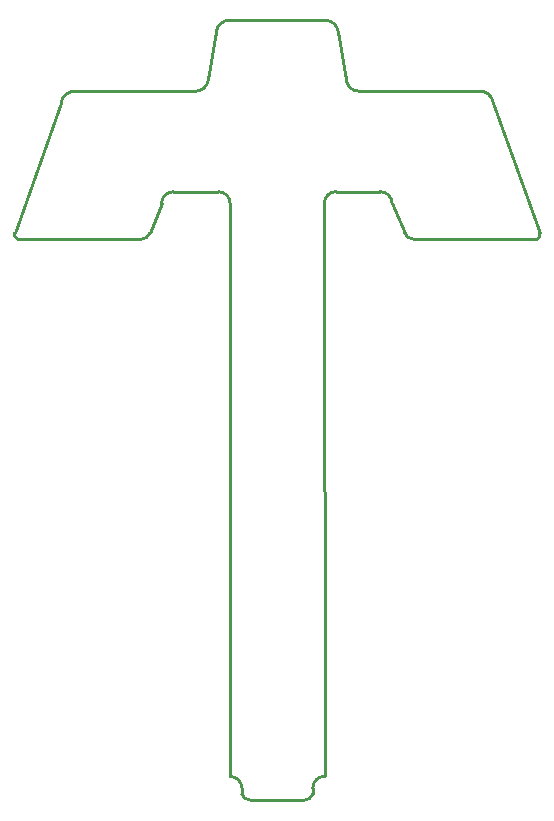
<source format=gko>
G04 Layer_Color=16711935*
%FSLAX44Y44*%
%MOMM*%
G71*
G01*
G75*
%ADD18C,0.2540*%
D18*
X183067Y590000D02*
G03*
X170000Y600000I-11533J-1533D01*
G01*
X-170000D02*
G03*
X-183067Y590000I-1533J-11533D01*
G01*
X51667Y650000D02*
G03*
X40000Y660000I-10833J-833D01*
G01*
X-40000D02*
G03*
X-51667Y650000I-833J-10833D01*
G01*
X58333Y610000D02*
G03*
X70000Y600000I10833J833D01*
G01*
X-70000D02*
G03*
X-58333Y610000I833J10833D01*
G01*
X220000Y475000D02*
G03*
X222300Y480000I-1350J3650D01*
G01*
X107893D02*
G03*
X115000Y475000I6740J2029D01*
G01*
X97238Y505000D02*
G03*
X87238Y515000I-10000J0D01*
G01*
X23000Y0D02*
G03*
X30107Y5000I368J7029D01*
G01*
X40000Y20000D02*
G03*
X30000Y10000I0J-10000D01*
G01*
X-88022Y515000D02*
G03*
X-98022Y505000I0J-10000D01*
G01*
X-39895Y505000D02*
G03*
X-49895Y515000I-10000J0D01*
G01*
X-115000Y475000D02*
G03*
X-107893Y480000I368J7029D01*
G01*
X-222300D02*
G03*
X-220000Y475000I3650J-1350D01*
G01*
X49911Y515170D02*
G03*
X39911Y505170I0J-10000D01*
G01*
X-30000Y10000D02*
G03*
X-40000Y20000I-10000J0D01*
G01*
X-30108Y5000D02*
G03*
X-23000Y0I6740J2029D01*
G01*
X70000Y600000D02*
X170000Y600000D01*
X183067Y590000D02*
X222300Y480000D01*
X-222300D02*
X-183067Y590000D01*
X-170000Y600000D02*
X-70000Y600000D01*
X51667Y650000D02*
X58333Y610000D01*
X-58333D02*
X-51667Y650000D01*
X-40000Y660000D02*
X40000Y660000D01*
X115000Y475000D02*
X220000Y475000D01*
X97238Y505000D02*
X107893Y480000D01*
X49910Y515084D02*
X87238Y515002D01*
X39895Y505170D02*
X40110Y20000D01*
X-40110D02*
X-39895Y505000D01*
X-88022Y515000D02*
X-49895Y515084D01*
X-220000Y475000D02*
X-115000Y475000D01*
X-23000Y0D02*
X23000D01*
X30000Y10000D02*
X30107Y5000D01*
X-107893Y480000D02*
X-98000Y505000D01*
X-30108Y5000D02*
X-30005Y9785D01*
M02*

</source>
